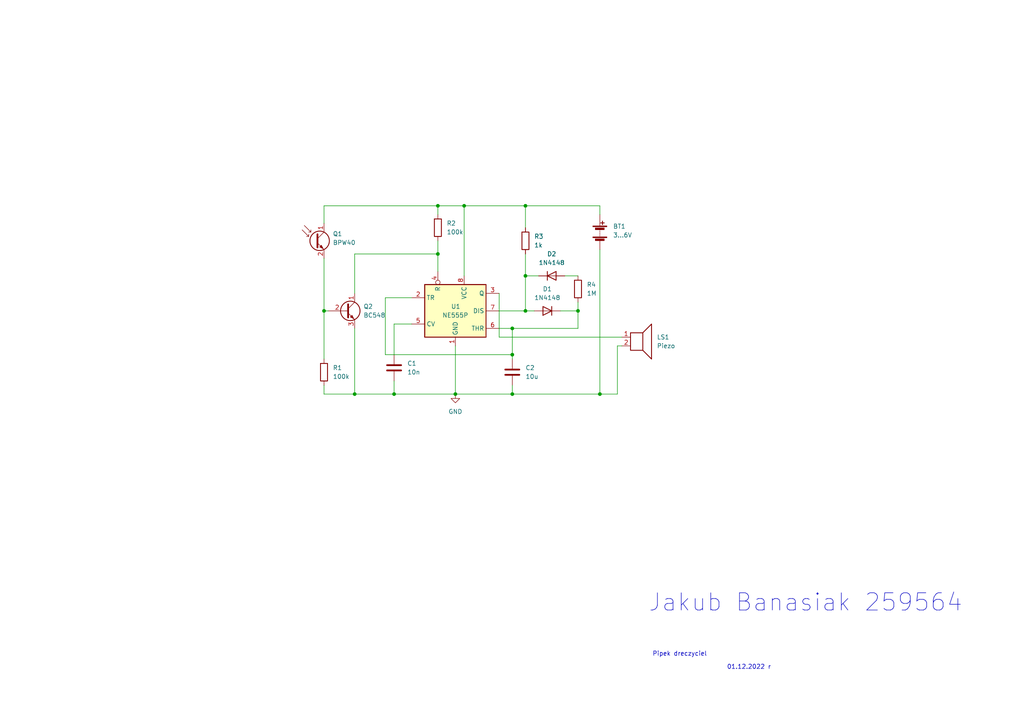
<source format=kicad_sch>
(kicad_sch (version 20211123) (generator eeschema)
  (paper "A4")
  (lib_symbols
    (symbol "Device:Battery" (pin_numbers hide) (pin_names (offset 0) hide)
      (property "Reference" "BT" (at 2.54 2.54 0))
      (property "Value" "Battery" (at 2.54 0 0))
      (symbol "Battery_0_1"
        (rectangle (start -2.032 -1.397) (end 2.032 -1.651) (fill (type outline)))
        (rectangle (start -2.032 1.778) (end 2.032 1.524) (fill (type outline)))
        (rectangle (start -1.3208 -1.9812) (end 1.27 -2.4892) (fill (type outline)))
        (rectangle (start -1.3208 1.1938) (end 1.27 0.6858) (fill (type outline)))
        (polyline (pts (xy 0 -1.524) (xy 0 -1.27)))
        (polyline (pts (xy 0 -1.016) (xy 0 -0.762)))
        (polyline (pts (xy 0 -0.508) (xy 0 -0.254)))
        (polyline (pts (xy 0 0) (xy 0 0.254)))
        (polyline (pts (xy 0 0.508) (xy 0 0.762)))
        (polyline (pts (xy 0 1.778) (xy 0 2.54)))
        (polyline (pts (xy 0.254 2.667) (xy 1.27 2.667)) (stroke (width 0.254)))
        (polyline (pts (xy 0.762 3.175) (xy 0.762 2.159)) (stroke (width 0.254)))
      )
      (symbol "Battery_1_1"
        (pin passive line (at 0 5.08 270) (length 2.54) (name "+") (number "1"))
        (pin passive line (at 0 -5.08 90) (length 2.54) (name "-") (number "2"))
      )
    )
    (symbol "Device:C" (pin_numbers hide) (pin_names (offset 0.254))
      (property "Reference" "C" (at 0.635 2.54 0))
      (property "Value" "C" (at 0.635 -2.54 0))
      (symbol "C_0_1"
        (polyline (pts (xy -2.032 -0.762) (xy 2.032 -0.762)) (stroke (width 0.508)))
        (polyline (pts (xy -2.032 0.762) (xy 2.032 0.762)) (stroke (width 0.508)))
      )
      (symbol "C_1_1"
        (pin passive line (at 0 3.81 270) (length 2.794) (name "~") (number "1"))
        (pin passive line (at 0 -3.81 90) (length 2.794) (name "~") (number "2"))
      )
    )
    (symbol "Device:R" (pin_numbers hide) (pin_names (offset 0))
      (property "Reference" "R" (at 2.032 0 90))
      (property "Value" "R" (at 0 0 90))
      (symbol "R_0_1"
        (rectangle (start -1.016 -2.54) (end 1.016 2.54) (stroke (width 0.254)))
      )
      (symbol "R_1_1"
        (pin passive line (at 0 3.81 270) (length 1.27) (name "~") (number "1"))
        (pin passive line (at 0 -3.81 90) (length 1.27) (name "~") (number "2"))
      )
    )
    (symbol "Device:Speaker" (pin_names (offset 0) hide)
      (property "Reference" "LS" (at 1.27 5.715 0))
      (property "Value" "Speaker" (at 1.27 3.81 0))
      (symbol "Speaker_0_0"
        (rectangle (start -2.54 1.27) (end 1.016 -3.81) (stroke (width 0.254)))
        (polyline (pts (xy 1.016 1.27) (xy 3.556 3.81) (xy 3.556 -6.35) (xy 1.016 -3.81)) (stroke (width 0.254)))
      )
      (symbol "Speaker_1_1"
        (pin input line (at -5.08 0 0) (length 2.54) (name "1") (number "1"))
        (pin input line (at -5.08 -2.54 0) (length 2.54) (name "2") (number "2"))
      )
    )
    (symbol "Diode:1N4148" (pin_numbers hide) (pin_names hide)
      (property "Reference" "D" (at 0 2.54 0))
      (property "Value" "1N4148" (at 0 -2.54 0))
      (symbol "1N4148_0_1"
        (polyline (pts (xy -1.27 1.27) (xy -1.27 -1.27)) (stroke (width 0.254)))
        (polyline (pts (xy 1.27 0) (xy -1.27 0)))
        (polyline (pts (xy 1.27 1.27) (xy 1.27 -1.27) (xy -1.27 0) (xy 1.27 1.27)) (stroke (width 0.254)))
      )
      (symbol "1N4148_1_1"
        (pin passive line (at -3.81 0 0) (length 2.54) (name "K") (number "1"))
        (pin passive line (at 3.81 0 180) (length 2.54) (name "A") (number "2"))
      )
    )
    (symbol "Sensor_Optical:BPW40" (pin_names (offset 0) hide)
      (property "Reference" "Q" (at 5.08 1.27 0))
      (property "Value" "BPW40" (at 5.08 -1.27 0))
      (symbol "BPW40_0_1"
        (polyline (pts (xy -1.905 1.27) (xy -2.54 1.27)))
        (polyline (pts (xy -1.27 2.54) (xy -1.905 2.54)))
        (polyline (pts (xy 0.635 0.635) (xy 2.54 2.54)))
        (polyline (pts (xy -3.81 3.175) (xy -1.905 1.27) (xy -1.905 1.905)))
        (polyline (pts (xy -3.175 4.445) (xy -1.27 2.54) (xy -1.27 3.175)))
        (polyline (pts (xy 0.635 -0.635) (xy 2.54 -2.54) (xy 2.54 -2.54)))
        (polyline (pts (xy 0.635 1.905) (xy 0.635 -1.905) (xy 0.635 -1.905)) (stroke (width 0.508)))
        (polyline (pts (xy 1.27 -1.778) (xy 1.778 -1.27) (xy 2.286 -2.286) (xy 1.27 -1.778) (xy 1.27 -1.778)) (fill (type outline)))
        (circle (center 1.27 0) (radius 2.8194) (stroke (width 0.254)))
      )
      (symbol "BPW40_1_1"
        (pin passive line (at 2.54 5.08 270) (length 2.54) (name "C") (number "1"))
        (pin passive line (at 2.54 -5.08 90) (length 2.54) (name "E") (number "2"))
      )
    )
    (symbol "Timer:NE555P"
      (property "Reference" "U?" (at -1.27 1.27 0))
      (property "Value" "NE555P" (at -3.81 -1.27 0))
      (symbol "NE555P_0_0"
        (pin power_in line (at 0 -10.16 90) (length 2.54) (name "GND") (number "1"))
        (pin power_in line (at 2.54 10.16 270) (length 2.54) (name "VCC") (number "8"))
      )
      (symbol "NE555P_0_1"
        (rectangle (start -8.89 -7.62) (end 8.89 7.62) (stroke (width 0.254)) (fill (type background)))
        (rectangle (start -8.89 -7.62) (end 8.89 7.62) (stroke (width 0.254)) (fill (type background)))
      )
      (symbol "NE555P_1_1"
        (pin input line (at -12.7 3.81 0) (length 3.81) (name "TR") (number "2"))
        (pin output line (at 12.7 5.08 180) (length 3.81) (name "Q") (number "3"))
        (pin input inverted (at -5.08 11.43 270) (length 3.81) (name "R") (number "4"))
        (pin input line (at -12.7 -3.81 0) (length 3.81) (name "CV") (number "5"))
        (pin input line (at 12.7 -5.08 180) (length 3.81) (name "THR") (number "6"))
        (pin input line (at 12.7 0 180) (length 3.81) (name "DIS") (number "7"))
      )
    )
    (symbol "Transistor_BJT:BC548" (pin_names (offset 0) hide)
      (property "Reference" "Q" (at 5.08 1.905 0))
      (property "Value" "BC548" (at 5.08 0 0))
      (symbol "BC548_0_1"
        (polyline (pts (xy 0 0) (xy 0.635 0)))
        (polyline (pts (xy 0.635 0.635) (xy 2.54 2.54)))
        (polyline (pts (xy 0.635 -0.635) (xy 2.54 -2.54) (xy 2.54 -2.54)))
        (polyline (pts (xy 0.635 1.905) (xy 0.635 -1.905) (xy 0.635 -1.905)) (stroke (width 0.508)))
        (polyline (pts (xy 1.27 -1.778) (xy 1.778 -1.27) (xy 2.286 -2.286) (xy 1.27 -1.778) (xy 1.27 -1.778)) (fill (type outline)))
        (circle (center 1.27 0) (radius 2.8194) (stroke (width 0.254)))
      )
      (symbol "BC548_1_1"
        (pin passive line (at 2.54 5.08 270) (length 2.54) (name "C") (number "1"))
        (pin input line (at -5.08 0 0) (length 5.08) (name "B") (number "2"))
        (pin passive line (at 2.54 -5.08 90) (length 2.54) (name "E") (number "3"))
      )
    )
    (symbol "power:GND" (power) (pin_names (offset 0))
      (property "Value" "GND" (at 0 -3.81 0))
      (symbol "GND_0_1"
        (polyline (pts (xy 0 0) (xy 0 -1.27) (xy 1.27 -1.27) (xy 0 -2.54) (xy -1.27 -1.27) (xy 0 -1.27)))
      )
      (symbol "GND_1_1"
        (pin power_in line (at 0 0 270) (length 0) hide (name "GND") (number "1"))
      )
    )
  )
  (junction (at 127 73.66))
  (junction (at 132.08 114.3))
  (junction (at 152.4 80.01))
  (junction (at 152.4 90.17))
  (junction (at 93.98 90.17))
  (junction (at 167.64 90.17))
  (junction (at 173.99 114.3))
  (junction (at 152.4 59.69))
  (junction (at 114.3 114.3))
  (junction (at 102.87 114.3))
  (junction (at 134.62 59.69))
  (junction (at 127 59.69))
  (junction (at 148.59 114.3))
  (junction (at 148.59 95.25))
  (junction (at 148.59 102.87))
  (wire (pts (xy 102.87 114.3) (xy 114.3 114.3)))
  (wire (pts (xy 111.76 86.36) (xy 111.76 102.87)))
  (wire (pts (xy 148.59 102.87) (xy 148.59 104.14)))
  (wire (pts (xy 148.59 111.76) (xy 148.59 114.3)))
  (wire (pts (xy 152.4 80.01) (xy 152.4 90.17)))
  (wire (pts (xy 173.99 114.3) (xy 179.07 114.3)))
  (wire (pts (xy 144.78 95.25) (xy 148.59 95.25)))
  (wire (pts (xy 167.64 87.63) (xy 167.64 90.17)))
  (wire (pts (xy 95.25 90.17) (xy 93.98 90.17)))
  (wire (pts (xy 132.08 114.3) (xy 114.3 114.3)))
  (wire (pts (xy 144.78 97.79) (xy 180.34 97.79)))
  (wire (pts (xy 148.59 114.3) (xy 173.99 114.3)))
  (wire (pts (xy 93.98 111.76) (xy 93.98 114.3)))
  (wire (pts (xy 93.98 64.77) (xy 93.98 59.69)))
  (wire (pts (xy 173.99 59.69) (xy 173.99 62.23)))
  (wire (pts (xy 179.07 100.33) (xy 179.07 114.3)))
  (wire (pts (xy 148.59 95.25) (xy 167.64 95.25)))
  (wire (pts (xy 119.38 93.98) (xy 114.3 93.98)))
  (wire (pts (xy 102.87 95.25) (xy 102.87 114.3)))
  (wire (pts (xy 102.87 73.66) (xy 127 73.66)))
  (wire (pts (xy 180.34 100.33) (xy 179.07 100.33)))
  (wire (pts (xy 144.78 85.09) (xy 144.78 97.79)))
  (wire (pts (xy 114.3 110.49) (xy 114.3 114.3)))
  (wire (pts (xy 163.83 80.01) (xy 167.64 80.01)))
  (wire (pts (xy 132.08 114.3) (xy 148.59 114.3)))
  (wire (pts (xy 93.98 74.93) (xy 93.98 90.17)))
  (wire (pts (xy 156.21 80.01) (xy 152.4 80.01)))
  (wire (pts (xy 152.4 59.69) (xy 173.99 59.69)))
  (wire (pts (xy 127 62.23) (xy 127 59.69)))
  (wire (pts (xy 114.3 93.98) (xy 114.3 102.87)))
  (wire (pts (xy 152.4 59.69) (xy 134.62 59.69)))
  (wire (pts (xy 152.4 73.66) (xy 152.4 80.01)))
  (wire (pts (xy 127 69.85) (xy 127 73.66)))
  (wire (pts (xy 102.87 85.09) (xy 102.87 73.66)))
  (wire (pts (xy 152.4 90.17) (xy 154.94 90.17)))
  (wire (pts (xy 167.64 90.17) (xy 167.64 95.25)))
  (wire (pts (xy 127 73.66) (xy 127 78.74)))
  (wire (pts (xy 162.56 90.17) (xy 167.64 90.17)))
  (wire (pts (xy 148.59 95.25) (xy 148.59 102.87)))
  (wire (pts (xy 152.4 66.04) (xy 152.4 59.69)))
  (wire (pts (xy 173.99 72.39) (xy 173.99 114.3)))
  (wire (pts (xy 93.98 90.17) (xy 93.98 104.14)))
  (wire (pts (xy 93.98 59.69) (xy 127 59.69)))
  (wire (pts (xy 144.78 90.17) (xy 152.4 90.17)))
  (wire (pts (xy 134.62 59.69) (xy 134.62 80.01)))
  (wire (pts (xy 119.38 86.36) (xy 111.76 86.36)))
  (wire (pts (xy 111.76 102.87) (xy 148.59 102.87)))
  (wire (pts (xy 132.08 100.33) (xy 132.08 114.3)))
  (wire (pts (xy 93.98 114.3) (xy 102.87 114.3)))
  (wire (pts (xy 134.62 59.69) (xy 127 59.69)))
  (text "01.12.2022 r" (at 210.82 194.31 0) (effects (font (size 1.27 1.27)) (justify left bottom)))
  (text "Jakub Banasiak 259564" (at 187.96 177.8 0) (effects (font (size 5 5)) (justify left bottom)))
  (text "Pipek dreczyciel\n" (at 189.23 190.5 0) (effects (font (size 1.27 1.27)) (justify left bottom)))
  (symbol (lib_id "Transistor_BJT:BC548") (at 100.33 90.17 0) (unit 1)
    (property "Reference" "Q2" (at 105.41 88.8999 0) (effects (justify left)))
    (property "Value" "BC548" (at 105.41 91.4399 0) (effects (justify left)))
    (property "Footprint" "Package_TO_SOT_THT:TO-92_Inline" (effects hide))
    (property "Datasheet" "https://www.onsemi.com/pub/Collateral/BC550-D.pdf" (effects hide))
  )
  (symbol (lib_id "Device:Speaker") (at 185.42 97.79 0) (unit 1)
    (property "Reference" "LS1" (at 190.5 97.7899 0) (effects (justify left)))
    (property "Value" "Piezo" (at 190.5 100.3299 0) (effects (justify left)))
    (property "Footprint" "Buzzer_Beeper:Buzzer_12x9.5RM7.6" (effects hide))
  )
  (symbol (lib_id "Device:Battery") (at 173.99 67.31 0) (unit 1)
    (property "Reference" "BT1" (at 177.8 65.6589 0) (effects (justify left)))
    (property "Value" "3...6V" (at 177.8 68.1989 0) (effects (justify left)))
    (property "Footprint" "Battery:BatteryHolder_Keystone_106_1x20mm" (effects hide))
  )
  (symbol (lib_id "Diode:1N4148") (at 160.02 80.01 0) (unit 1)
    (property "Reference" "D2" (at 160.02 73.66 0))
    (property "Value" "1N4148" (at 160.02 76.2 0))
    (property "Footprint" "Diode_THT:D_DO-35_SOD27_P7.62mm_Horizontal" (effects hide))
    (property "Datasheet" "https://assets.nexperia.com/documents/data-sheet/1N4148_1N4448.pdf" (effects hide))
  )
  (symbol (lib_id "Sensor_Optical:BPW40") (at 91.44 69.85 0) (unit 1)
    (property "Reference" "Q1" (at 96.52 67.8306 0) (effects (justify left)))
    (property "Value" "BPW40" (at 96.52 70.3706 0) (effects (justify left)))
    (property "Footprint" "LED_THT:LED_D5.0mm_Clear" (effects hide))
    (property "Datasheet" "https://www.rcscomponents.kiev.ua/datasheets/bpw40.pdf" (effects hide))
  )
  (symbol (lib_id "Device:R") (at 152.4 69.85 0) (unit 1)
    (property "Reference" "R3" (at 154.94 68.5799 0) (effects (justify left)))
    (property "Value" "1k" (at 154.94 71.1199 0) (effects (justify left)))
    (property "Footprint" "Resistor_THT:R_Axial_DIN0207_L6.3mm_D2.5mm_P10.16mm_Horizontal" (effects hide))
  )
  (symbol (lib_id "Device:C") (at 148.59 107.95 0) (unit 1)
    (property "Reference" "C2" (at 152.4 106.6799 0) (effects (justify left)))
    (property "Value" "10u" (at 152.4 109.2199 0) (effects (justify left)))
    (property "Footprint" "Capacitor_THT:CP_Radial_D5.0mm_P2.00mm" (effects hide))
  )
  (symbol (lib_id "Device:R") (at 93.98 107.95 0) (unit 1)
    (property "Reference" "R1" (at 96.52 106.6799 0) (effects (justify left)))
    (property "Value" "100k" (at 96.52 109.2199 0) (effects (justify left)))
    (property "Footprint" "Resistor_THT:R_Axial_DIN0207_L6.3mm_D2.5mm_P10.16mm_Horizontal" (effects hide))
  )
  (symbol (lib_id "power:GND") (at 132.08 114.3 0) (unit 1)
    (property "Reference" "#PWR01" (effects hide))
    (property "Value" "GND" (at 132.08 119.38 0))
  )
  (symbol (lib_id "Device:R") (at 167.64 83.82 0) (unit 1)
    (property "Reference" "R4" (at 170.18 82.5499 0) (effects (justify left)))
    (property "Value" "1M" (at 170.18 85.0899 0) (effects (justify left)))
    (property "Footprint" "Resistor_THT:R_Axial_DIN0207_L6.3mm_D2.5mm_P10.16mm_Horizontal" (effects hide))
  )
  (symbol (lib_id "Diode:1N4148") (at 158.75 90.17 180) (unit 1)
    (property "Reference" "D1" (at 158.75 83.82 0))
    (property "Value" "1N4148" (at 158.75 86.36 0))
    (property "Footprint" "Diode_THT:D_DO-35_SOD27_P7.62mm_Horizontal" (effects hide))
    (property "Datasheet" "https://assets.nexperia.com/documents/data-sheet/1N4148_1N4448.pdf" (effects hide))
  )
  (symbol (lib_id "Device:C") (at 114.3 106.68 0) (unit 1)
    (property "Reference" "C1" (at 118.11 105.4099 0) (effects (justify left)))
    (property "Value" "10n" (at 118.11 107.9499 0) (effects (justify left)))
    (property "Footprint" "Capacitor_THT:C_Disc_D5.0mm_W2.5mm_P5.00mm" (effects hide))
  )
  (symbol (lib_id "Device:R") (at 127 66.04 0) (unit 1)
    (property "Reference" "R2" (at 129.54 64.7699 0) (effects (justify left)))
    (property "Value" "100k" (at 129.54 67.3099 0) (effects (justify left)))
    (property "Footprint" "Resistor_THT:R_Axial_DIN0207_L6.3mm_D2.5mm_P10.16mm_Horizontal" (effects hide))
  )
  (symbol (lib_id "Timer:NE555P") (at 132.08 90.17 0) (unit 1)
    (property "Reference" "U1" (at 130.81 88.9 0) (effects (justify left)))
    (property "Value" "NE555P" (at 128.27 91.44 0) (effects (justify left)))
    (property "Footprint" "Package_DIP:DIP-8_W7.62mm" (effects hide))
    (property "Datasheet" "http://www.ti.com/lit/ds/symlink/ne555.pdf" (effects hide))
  )
)
</source>
